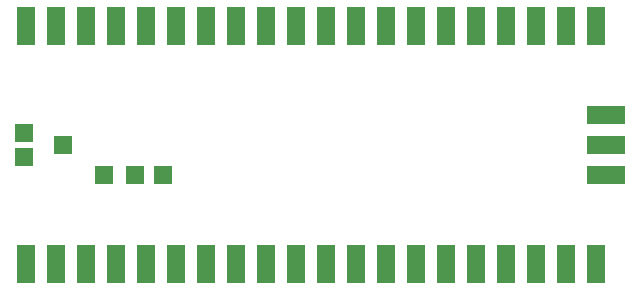
<source format=gtp>
G04 Layer: TopPasteMaskLayer*
G04 EasyEDA v6.5.47, 2024-09-23 22:29:33*
G04 5a6e75cfa2c046329717b22c304bfbd2,c2d4411aa706456985f533cd49438c3a,10*
G04 Gerber Generator version 0.2*
G04 Scale: 100 percent, Rotated: No, Reflected: No *
G04 Dimensions in millimeters *
G04 leading zeros omitted , absolute positions ,4 integer and 5 decimal *
%FSLAX45Y45*%
%MOMM*%

%ADD10R,1.6000X3.2000*%
%ADD11R,3.2000X1.6000*%
%ADD12R,1.5000X1.5000*%

%LPD*%
D10*
G01*
X5073904Y-781964D03*
G01*
X5073904Y-2799435D03*
G01*
X4819904Y-781964D03*
G01*
X4819904Y-2799435D03*
G01*
X4565904Y-781964D03*
G01*
X4565904Y-2799435D03*
G01*
X4311904Y-781964D03*
G01*
X4311904Y-2799435D03*
G01*
X4057904Y-781964D03*
G01*
X4057904Y-2799435D03*
G01*
X3803904Y-781964D03*
G01*
X3803904Y-2799435D03*
G01*
X3549904Y-781964D03*
G01*
X3549904Y-2799435D03*
G01*
X3295904Y-781964D03*
G01*
X3295904Y-2799435D03*
G01*
X3041904Y-781964D03*
G01*
X3041904Y-2799435D03*
G01*
X2787904Y-781964D03*
G01*
X2787904Y-2799435D03*
G01*
X2533904Y-781964D03*
G01*
X2533904Y-2799435D03*
G01*
X2279904Y-781964D03*
G01*
X2279904Y-2799435D03*
G01*
X2025904Y-781964D03*
G01*
X2025904Y-2799435D03*
G01*
X1771904Y-781964D03*
G01*
X1771904Y-2799435D03*
G01*
X1517904Y-781964D03*
G01*
X1517904Y-2799435D03*
G01*
X1263904Y-781964D03*
G01*
X1263904Y-2799435D03*
G01*
X1009904Y-781964D03*
G01*
X1009904Y-2799435D03*
G01*
X755904Y-781964D03*
G01*
X755904Y-2799435D03*
G01*
X501904Y-781964D03*
G01*
X501904Y-2799435D03*
G01*
X247904Y-781964D03*
G01*
X247904Y-2799435D03*
D11*
G01*
X5153888Y-2044700D03*
G01*
X5153888Y-1790700D03*
G01*
X5153888Y-1536700D03*
D12*
G01*
X560908Y-1790700D03*
G01*
X230911Y-1690700D03*
G01*
X230911Y-1890699D03*
G01*
X910894Y-2040686D03*
G01*
X1173606Y-2040686D03*
G01*
X1410893Y-2040686D03*
M02*

</source>
